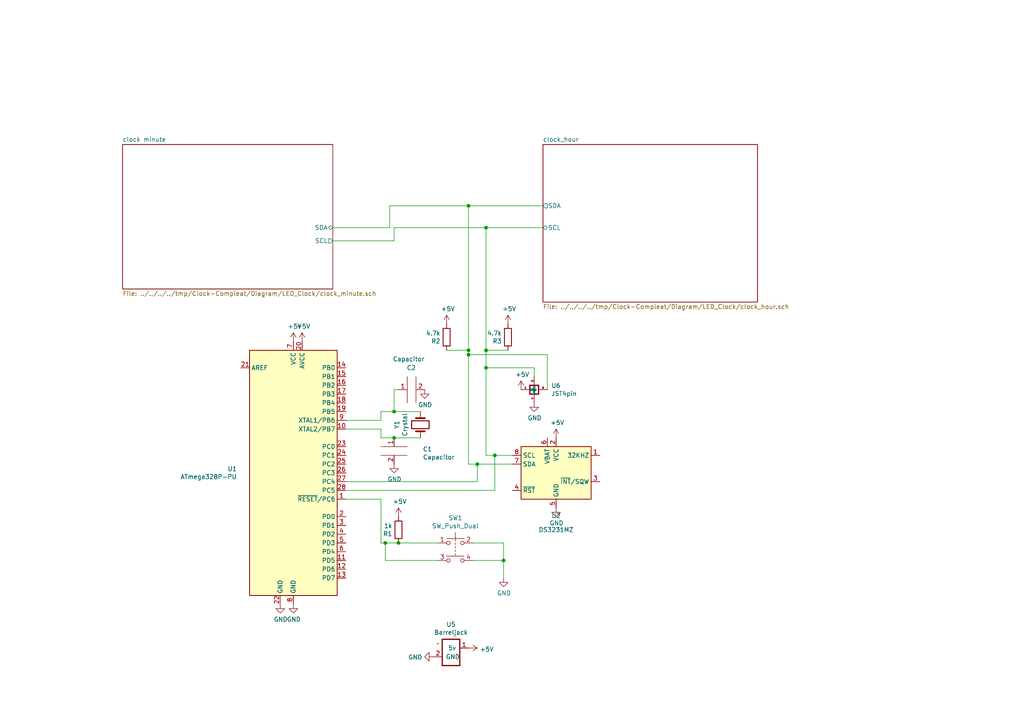
<source format=kicad_sch>
(kicad_sch (version 20230121) (generator eeschema)
  (paper "A4")
  (lib_symbols
    (symbol "Device:Crystal" (pin_numbers hide) (pin_names (offset 1.016) hide)
      (property "Reference" "Y" (at 0 3.81 0))
      (property "Value" "Crystal" (at 0 -3.81 0))
      (symbol "Crystal_0_1"
        (rectangle (start -1.143 2.54) (end 1.143 -2.54) (stroke (width 0.3048)))
        (polyline (pts (xy -2.54 0) (xy -1.905 0)))
        (polyline (pts (xy -1.905 -1.27) (xy -1.905 1.27)) (stroke (width 0.508)))
        (polyline (pts (xy 1.905 -1.27) (xy 1.905 1.27)) (stroke (width 0.508)))
        (polyline (pts (xy 2.54 0) (xy 1.905 0)))
      )
      (symbol "Crystal_1_1"
        (pin passive line (at -3.81 0 0) (length 1.27) (name "1") (number "1"))
        (pin passive line (at 3.81 0 180) (length 1.27) (name "2") (number "2"))
      )
    )
    (symbol "Device:R" (pin_numbers hide) (pin_names (offset 0))
      (property "Reference" "R" (at 2.032 0 90))
      (property "Value" "R" (at 0 0 90))
      (symbol "R_0_1"
        (rectangle (start -1.016 -2.54) (end 1.016 2.54) (stroke (width 0.254)))
      )
      (symbol "R_1_1"
        (pin passive line (at 0 3.81 270) (length 1.27) (name "~") (number "1"))
        (pin passive line (at 0 -3.81 90) (length 1.27) (name "~") (number "2"))
      )
    )
    (symbol "LED_Clock-rescue:ATmega328P-PU-MCU_Microchip_ATmega"
      (property "Reference" "U" (at -12.7 36.83 0))
      (property "Value" "ATmega328P-PU-MCU_Microchip_ATmega" (at 2.54 -36.83 0))
      (symbol "ATmega328P-PU-MCU_Microchip_ATmega_0_1"
        (rectangle (start -12.7 -35.56) (end 12.7 35.56) (stroke (width 0.254)) (fill (type background)))
      )
      (symbol "ATmega328P-PU-MCU_Microchip_ATmega_1_1"
        (pin bidirectional line (at 15.24 -7.62 180) (length 2.54) (name "~{RESET}/PC6") (number "1"))
        (pin bidirectional line (at 15.24 12.7 180) (length 2.54) (name "XTAL2/PB7") (number "10"))
        (pin bidirectional line (at 15.24 -25.4 180) (length 2.54) (name "PD5") (number "11"))
        (pin bidirectional line (at 15.24 -27.94 180) (length 2.54) (name "PD6") (number "12"))
        (pin bidirectional line (at 15.24 -30.48 180) (length 2.54) (name "PD7") (number "13"))
        (pin bidirectional line (at 15.24 30.48 180) (length 2.54) (name "PB0") (number "14"))
        (pin bidirectional line (at 15.24 27.94 180) (length 2.54) (name "PB1") (number "15"))
        (pin bidirectional line (at 15.24 25.4 180) (length 2.54) (name "PB2") (number "16"))
        (pin bidirectional line (at 15.24 22.86 180) (length 2.54) (name "PB3") (number "17"))
        (pin bidirectional line (at 15.24 20.32 180) (length 2.54) (name "PB4") (number "18"))
        (pin bidirectional line (at 15.24 17.78 180) (length 2.54) (name "PB5") (number "19"))
        (pin bidirectional line (at 15.24 -12.7 180) (length 2.54) (name "PD0") (number "2"))
        (pin power_in line (at 2.54 38.1 270) (length 2.54) (name "AVCC") (number "20"))
        (pin passive line (at -15.24 30.48 0) (length 2.54) (name "AREF") (number "21"))
        (pin power_in line (at -3.81 -38.1 90) (length 2.54) (name "GND") (number "22"))
        (pin bidirectional line (at 15.24 7.62 180) (length 2.54) (name "PC0") (number "23"))
        (pin bidirectional line (at 15.24 5.08 180) (length 2.54) (name "PC1") (number "24"))
        (pin bidirectional line (at 15.24 2.54 180) (length 2.54) (name "PC2") (number "25"))
        (pin bidirectional line (at 15.24 0 180) (length 2.54) (name "PC3") (number "26"))
        (pin bidirectional line (at 15.24 -2.54 180) (length 2.54) (name "PC4") (number "27"))
        (pin bidirectional line (at 15.24 -5.08 180) (length 2.54) (name "PC5") (number "28"))
        (pin bidirectional line (at 15.24 -15.24 180) (length 2.54) (name "PD1") (number "3"))
        (pin bidirectional line (at 15.24 -17.78 180) (length 2.54) (name "PD2") (number "4"))
        (pin bidirectional line (at 15.24 -20.32 180) (length 2.54) (name "PD3") (number "5"))
        (pin bidirectional line (at 15.24 -22.86 180) (length 2.54) (name "PD4") (number "6"))
        (pin power_in line (at 0 38.1 270) (length 2.54) (name "VCC") (number "7"))
        (pin power_in line (at 0 -38.1 90) (length 2.54) (name "GND") (number "8"))
        (pin bidirectional line (at 15.24 15.24 180) (length 2.54) (name "XTAL1/PB6") (number "9"))
      )
    )
    (symbol "LED_Clock-rescue:Barreljack-Personal" (pin_names (offset 1.016))
      (property "Reference" "U" (at 0 -6.35 0))
      (property "Value" "Personal_Barreljack" (at 0 7.62 0))
      (symbol "Barreljack-Personal_0_1"
        (rectangle (start -3.81 2.54) (end -3.81 2.54) (stroke (width 0.3556)))
        (rectangle (start -2.54 3.81) (end -2.54 -3.81) (stroke (width 0.3556)))
        (rectangle (start 2.54 -3.81) (end -2.54 -3.81) (stroke (width 0.3556)))
        (rectangle (start 2.54 3.81) (end -2.54 3.81) (stroke (width 0.3556)))
        (rectangle (start 2.54 3.81) (end 2.54 -3.81) (stroke (width 0.3556)))
      )
      (symbol "Barreljack-Personal_1_1"
        (pin output line (at 5.08 1.27 180) (length 2.54) (name "5v") (number "1"))
        (pin output line (at -5.08 -1.27 0) (length 2.54) (name "GND") (number "2"))
      )
    )
    (symbol "LED_Clock-rescue:Capacitor-Custom_symbol" (pin_names (offset 1.016))
      (property "Reference" "C" (at 0 -15.24 0))
      (property "Value" "Capacitor-Custom_symbol" (at 0 -17.78 0))
      (symbol "Capacitor-Custom_symbol_0_1"
        (rectangle (start -3.81 -1.27) (end 3.81 -1.27))
        (rectangle (start -3.81 1.27) (end 3.81 1.27))
      )
      (symbol "Capacitor-Custom_symbol_1_1"
        (pin passive line (at 0 3.81 270) (length 2.54) (name "~") (number "1"))
        (pin passive line (at 0 -3.81 90) (length 2.54) (name "~") (number "2"))
      )
    )
    (symbol "LED_Clock-rescue:JST4pin-Personal" (pin_names (offset 1.016))
      (property "Reference" "U" (at 0 -8.89 0))
      (property "Value" "Personal_JST4pin" (at 0 6.35 0))
      (symbol "JST4pin-Personal_0_1"
        (rectangle (start -1.27 -1.27) (end 1.27 -1.27) (stroke (width 0.3556)))
        (rectangle (start -1.27 1.27) (end -1.27 -1.27) (stroke (width 0.3556)))
        (rectangle (start -1.27 1.27) (end 1.27 1.27) (stroke (width 0.3556)))
        (rectangle (start 1.27 -1.27) (end 1.27 1.27) (stroke (width 0.3556)))
      )
      (symbol "JST4pin-Personal_1_1"
        (pin input line (at -3.81 0 0) (length 2.54) (name "5v") (number "1"))
        (pin input line (at 0 3.81 270) (length 2.54) (name "GND") (number "2"))
        (pin input line (at 3.81 0 180) (length 2.54) (name "SDA") (number "3"))
        (pin input line (at 0 -3.81 90) (length 2.54) (name "SCL") (number "4"))
      )
    )
    (symbol "Switch:SW_Push_Dual" (pin_names (offset 1.016) hide)
      (property "Reference" "SW" (at 1.27 2.54 0))
      (property "Value" "SW_Push_Dual" (at 0 -6.858 0))
      (symbol "SW_Push_Dual_0_1"
        (circle (center -2.032 -5.08) (radius 0.508))
        (circle (center -2.032 0) (radius 0.508))
        (polyline (pts (xy 0 -3.048) (xy 0 -3.556)))
        (polyline (pts (xy 0 -2.032) (xy 0 -2.54)))
        (polyline (pts (xy 0 -1.524) (xy 0 -1.016)))
        (polyline (pts (xy 0 -0.508) (xy 0 0)))
        (polyline (pts (xy 0 0.508) (xy 0 1.016)))
        (polyline (pts (xy 0 1.27) (xy 0 3.048)))
        (polyline (pts (xy 2.54 -3.81) (xy -2.54 -3.81)))
        (polyline (pts (xy 2.54 1.27) (xy -2.54 1.27)))
        (circle (center 2.032 -5.08) (radius 0.508))
        (circle (center 2.032 0) (radius 0.508))
        (pin passive line (at -5.08 0 0) (length 2.54) (name "1") (number "1"))
        (pin passive line (at 5.08 0 180) (length 2.54) (name "2") (number "2"))
        (pin passive line (at -5.08 -5.08 0) (length 2.54) (name "3") (number "3"))
        (pin passive line (at 5.08 -5.08 180) (length 2.54) (name "4") (number "4"))
      )
    )
    (symbol "Timer_RTC:DS3231MZ"
      (property "Reference" "U" (at -7.62 8.89 0))
      (property "Value" "DS3231MZ" (at 11.43 8.89 0))
      (symbol "DS3231MZ_0_1"
        (rectangle (start -10.16 7.62) (end 10.16 -7.62) (stroke (width 0.254)) (fill (type background)))
      )
      (symbol "DS3231MZ_1_1"
        (pin open_collector line (at 12.7 5.08 180) (length 2.54) (name "32KHZ") (number "1"))
        (pin power_in line (at 0 10.16 270) (length 2.54) (name "VCC") (number "2"))
        (pin open_collector line (at 12.7 -2.54 180) (length 2.54) (name "~{INT}/SQW") (number "3"))
        (pin bidirectional line (at -12.7 -5.08 0) (length 2.54) (name "~{RST}") (number "4"))
        (pin power_in line (at 0 -10.16 90) (length 2.54) (name "GND") (number "5"))
        (pin power_in line (at -2.54 10.16 270) (length 2.54) (name "VBAT") (number "6"))
        (pin bidirectional line (at -12.7 2.54 0) (length 2.54) (name "SDA") (number "7"))
        (pin input line (at -12.7 5.08 0) (length 2.54) (name "SCL") (number "8"))
      )
    )
    (symbol "power:+5V" (power) (pin_names (offset 0))
      (property "Value" "+5V" (at 0 3.556 0))
      (symbol "+5V_0_1"
        (polyline (pts (xy -0.762 1.27) (xy 0 2.54)))
        (polyline (pts (xy 0 0) (xy 0 2.54)))
        (polyline (pts (xy 0 2.54) (xy 0.762 1.27)))
      )
      (symbol "+5V_1_1"
        (pin power_in line (at 0 0 90) (length 0) hide (name "+5V") (number "1"))
      )
    )
    (symbol "power:GND" (power) (pin_names (offset 0))
      (property "Value" "GND" (at 0 -3.81 0))
      (symbol "GND_0_1"
        (polyline (pts (xy 0 0) (xy 0 -1.27) (xy 1.27 -1.27) (xy 0 -2.54) (xy -1.27 -1.27) (xy 0 -1.27)))
      )
      (symbol "GND_1_1"
        (pin power_in line (at 0 0 270) (length 0) hide (name "GND") (number "1"))
      )
    )
  )
  (junction (at 140.97 101.6))
  (junction (at 135.89 102.87))
  (junction (at 111.76 157.48))
  (junction (at 135.89 59.69))
  (junction (at 135.89 101.6))
  (junction (at 143.51 132.08))
  (junction (at 138.43 134.62))
  (junction (at 114.3 127))
  (junction (at 140.97 106.68))
  (junction (at 140.97 66.04))
  (junction (at 146.05 162.56))
  (junction (at 115.57 157.48))
  (junction (at 114.3 119.38))
  (wire (pts (xy 148.59 134.62) (xy 138.43 134.62)))
  (wire (pts (xy 111.76 157.48) (xy 115.57 157.48)))
  (wire (pts (xy 114.3 69.85) (xy 96.52 69.85)))
  (wire (pts (xy 110.49 157.48) (xy 110.49 144.78)))
  (wire (pts (xy 129.54 101.6) (xy 135.89 101.6)))
  (wire (pts (xy 157.48 59.69) (xy 135.89 59.69)))
  (wire (pts (xy 100.33 124.46) (xy 110.49 124.46)))
  (wire (pts (xy 100.33 139.7) (xy 138.43 139.7)))
  (wire (pts (xy 154.94 106.68) (xy 154.94 109.22)))
  (wire (pts (xy 113.03 59.69) (xy 113.03 66.04)))
  (wire (pts (xy 110.49 127) (xy 114.3 127)))
  (wire (pts (xy 100.33 121.92) (xy 110.49 121.92)))
  (wire (pts (xy 135.89 102.87) (xy 135.89 101.6)))
  (wire (pts (xy 140.97 106.68) (xy 154.94 106.68)))
  (wire (pts (xy 135.89 59.69) (xy 113.03 59.69)))
  (wire (pts (xy 137.16 162.56) (xy 146.05 162.56)))
  (wire (pts (xy 135.89 101.6) (xy 135.89 59.69)))
  (wire (pts (xy 137.16 157.48) (xy 146.05 157.48)))
  (wire (pts (xy 140.97 106.68) (xy 140.97 101.6)))
  (wire (pts (xy 114.3 119.38) (xy 114.3 113.03)))
  (wire (pts (xy 157.48 66.04) (xy 140.97 66.04)))
  (wire (pts (xy 140.97 101.6) (xy 140.97 66.04)))
  (wire (pts (xy 148.59 132.08) (xy 143.51 132.08)))
  (wire (pts (xy 140.97 66.04) (xy 114.3 66.04)))
  (wire (pts (xy 143.51 132.08) (xy 140.97 132.08)))
  (wire (pts (xy 111.76 162.56) (xy 111.76 157.48)))
  (wire (pts (xy 135.89 102.87) (xy 158.75 102.87)))
  (wire (pts (xy 100.33 142.24) (xy 143.51 142.24)))
  (wire (pts (xy 114.3 119.38) (xy 121.92 119.38)))
  (wire (pts (xy 140.97 101.6) (xy 147.32 101.6)))
  (wire (pts (xy 110.49 119.38) (xy 114.3 119.38)))
  (wire (pts (xy 110.49 157.48) (xy 111.76 157.48)))
  (wire (pts (xy 110.49 144.78) (xy 100.33 144.78)))
  (wire (pts (xy 146.05 162.56) (xy 146.05 167.64)))
  (wire (pts (xy 135.89 134.62) (xy 135.89 102.87)))
  (wire (pts (xy 113.03 66.04) (xy 96.52 66.04)))
  (wire (pts (xy 140.97 132.08) (xy 140.97 106.68)))
  (wire (pts (xy 115.57 157.48) (xy 127 157.48)))
  (wire (pts (xy 143.51 142.24) (xy 143.51 132.08)))
  (wire (pts (xy 127 162.56) (xy 111.76 162.56)))
  (wire (pts (xy 114.3 113.03) (xy 115.57 113.03)))
  (wire (pts (xy 114.3 127) (xy 121.92 127)))
  (wire (pts (xy 138.43 134.62) (xy 135.89 134.62)))
  (wire (pts (xy 110.49 121.92) (xy 110.49 119.38)))
  (wire (pts (xy 146.05 157.48) (xy 146.05 162.56)))
  (wire (pts (xy 138.43 139.7) (xy 138.43 134.62)))
  (wire (pts (xy 114.3 66.04) (xy 114.3 69.85)))
  (wire (pts (xy 110.49 124.46) (xy 110.49 127)))
  (wire (pts (xy 158.75 102.87) (xy 158.75 113.03)))
  (symbol (lib_id "Device:Crystal") (at 121.92 123.19 90) (unit 1)
    (property "Reference" "Y1" (at 115.1128 123.19 0))
    (property "Value" "Crystal" (at 117.4242 123.19 0))
    (property "Footprint" "Personal:Crystal" (effects hide))
  )
  (symbol (lib_id "power:+5V") (at 85.09 99.06 0) (unit 1)
    (property "Reference" "#PWR02" (effects hide))
    (property "Value" "+5V" (at 85.471 94.6658 0))
  )
  (symbol (lib_id "power:+5V") (at 87.63 99.06 0) (unit 1)
    (property "Reference" "#PWR04" (effects hide))
    (property "Value" "+5V" (at 88.011 94.6658 0))
  )
  (symbol (lib_id "power:GND") (at 81.28 175.26 0) (unit 1)
    (property "Reference" "#PWR01" (effects hide))
    (property "Value" "GND" (at 81.407 179.6542 0))
  )
  (symbol (lib_id "power:+5V") (at 161.29 127 0) (unit 1)
    (property "Reference" "#PWR011" (effects hide))
    (property "Value" "+5V" (at 161.671 122.6058 0))
  )
  (symbol (lib_id "power:GND") (at 85.09 175.26 0) (unit 1)
    (property "Reference" "#PWR03" (effects hide))
    (property "Value" "GND" (at 85.217 179.6542 0))
  )
  (symbol (lib_id "LED_Clock-rescue:ATmega328P-PU-MCU_Microchip_ATmega") (at 85.09 137.16 0) (unit 1)
    (property "Reference" "U1" (at 68.7324 135.9916 0) (effects (justify right)))
    (property "Value" "ATmega328P-PU" (at 68.7324 138.303 0) (effects (justify right)))
    (property "Footprint" "Package_DIP:DIP-28_W7.62mm" (effects hide))
    (property "Datasheet" "http://ww1.microchip.com/downloads/en/DeviceDoc/ATmega328_P%20AVR%20MCU%20with%20picoPower%20Technology%20Data%20Sheet%2040001984A.pdf" (effects hide))
  )
  (symbol (lib_id "power:GND") (at 161.29 147.32 0) (unit 1)
    (property "Reference" "#PWR012" (effects hide))
    (property "Value" "GND" (at 161.417 151.7142 0))
  )
  (symbol (lib_id "Switch:SW_Push_Dual") (at 132.08 157.48 0) (unit 1)
    (property "Reference" "SW1" (at 132.08 150.241 0))
    (property "Value" "SW_Push_Dual" (at 132.08 152.5524 0))
    (property "Footprint" "Personal:Pushbutton" (effects hide))
  )
  (symbol (lib_id "Device:R") (at 129.54 97.79 180) (unit 1)
    (property "Reference" "R2" (at 127.762 98.9584 0) (effects (justify left)))
    (property "Value" "4.7k" (at 127.762 96.647 0) (effects (justify left)))
    (property "Footprint" "Resistor_THT:R_Axial_DIN0207_L6.3mm_D2.5mm_P10.16mm_Horizontal" (effects hide))
  )
  (symbol (lib_id "power:+5V") (at 129.54 93.98 0) (unit 1)
    (property "Reference" "#PWR08" (effects hide))
    (property "Value" "+5V" (at 129.921 89.5858 0))
  )
  (symbol (lib_id "Device:R") (at 147.32 97.79 180) (unit 1)
    (property "Reference" "R3" (at 145.542 98.9584 0) (effects (justify left)))
    (property "Value" "4.7k" (at 145.542 96.647 0) (effects (justify left)))
    (property "Footprint" "Resistor_THT:R_Axial_DIN0207_L6.3mm_D2.5mm_P10.16mm_Horizontal" (effects hide))
  )
  (symbol (lib_id "power:+5V") (at 147.32 93.98 0) (unit 1)
    (property "Reference" "#PWR010" (effects hide))
    (property "Value" "+5V" (at 147.701 89.5858 0))
  )
  (symbol (lib_id "Device:R") (at 115.57 153.67 180) (unit 1)
    (property "Reference" "R1" (at 113.792 154.8384 0) (effects (justify left)))
    (property "Value" "1k" (at 113.792 152.527 0) (effects (justify left)))
    (property "Footprint" "Resistor_THT:R_Axial_DIN0207_L6.3mm_D2.5mm_P10.16mm_Horizontal" (effects hide))
  )
  (symbol (lib_id "power:+5V") (at 115.57 149.86 0) (unit 1)
    (property "Reference" "#PWR06" (effects hide))
    (property "Value" "+5V" (at 115.951 145.4658 0))
  )
  (symbol (lib_id "power:GND") (at 146.05 167.64 0) (unit 1)
    (property "Reference" "#PWR09" (effects hide))
    (property "Value" "GND" (at 146.177 172.0342 0))
  )
  (symbol (lib_id "LED_Clock-rescue:Capacitor-Custom_symbol") (at 119.38 113.03 90) (unit 1)
    (property "Reference" "C2" (at 120.65 106.68 90) (effects (justify left)))
    (property "Value" "Capacitor" (at 123.19 104.14 90) (effects (justify left)))
    (property "Footprint" "Personal:Capacitor" (effects hide))
  )
  (symbol (lib_id "LED_Clock-rescue:Capacitor-Custom_symbol") (at 114.3 130.81 0) (unit 1)
    (property "Reference" "C1" (at 122.6312 130.2766 0) (effects (justify left)))
    (property "Value" "Capacitor" (at 122.6312 132.588 0) (effects (justify left)))
    (property "Footprint" "Personal:Capacitor" (effects hide))
  )
  (symbol (lib_id "power:GND") (at 114.3 134.62 0) (unit 1)
    (property "Reference" "#PWR05" (effects hide))
    (property "Value" "GND" (at 114.427 139.0142 0))
  )
  (symbol (lib_id "power:GND") (at 123.19 113.03 0) (unit 1)
    (property "Reference" "#PWR07" (effects hide))
    (property "Value" "GND" (at 123.317 117.4242 0))
  )
  (symbol (lib_id "LED_Clock-rescue:Barreljack-Personal") (at 130.81 189.23 0) (unit 1)
    (property "Reference" "U5" (at 130.81 181.1274 0))
    (property "Value" "Barreljack" (at 130.81 183.4388 0))
    (property "Footprint" "Personal:BarrelJack" (effects hide))
  )
  (symbol (lib_id "power:+5V") (at 135.89 187.96 270) (unit 1)
    (property "Reference" "#PWR0104" (effects hide))
    (property "Value" "+5V" (at 139.1412 188.341 90) (effects (justify left)))
  )
  (symbol (lib_id "power:GND") (at 125.73 190.5 270) (unit 1)
    (property "Reference" "#PWR0105" (effects hide))
    (property "Value" "GND" (at 122.4788 190.627 90) (effects (justify right)))
  )
  (symbol (lib_id "Timer_RTC:DS3231MZ") (at 161.29 137.16 0) (unit 1)
    (property "Reference" "U2" (at 161.29 149.5806 0))
    (property "Value" "DS3231MZ" (at 161.29 153.67 0))
    (property "Footprint" "Personal:DS3231" (effects hide))
    (property "Datasheet" "http://datasheets.maximintegrated.com/en/ds/DS3231M.pdf" (effects hide))
  )
  (symbol (lib_id "LED_Clock-rescue:JST4pin-Personal") (at 154.94 113.03 0) (unit 1)
    (property "Reference" "U6" (at 159.8676 111.8616 0) (effects (justify left)))
    (property "Value" "JST4pin" (at 159.8676 114.173 0) (effects (justify left)))
    (property "Footprint" "Connector_JST:JST_SH_SM04B-SRSS-TB_1x04-1MP_P1.00mm_Horizontal" (effects hide))
  )
  (symbol (lib_id "power:+5V") (at 151.13 113.03 0) (unit 1)
    (property "Reference" "#PWR0106" (effects hide))
    (property "Value" "+5V" (at 151.511 108.6358 0))
  )
  (symbol (lib_id "power:GND") (at 154.94 116.84 0) (unit 1)
    (property "Reference" "#PWR0107" (effects hide))
    (property "Value" "GND" (at 155.067 121.2342 0))
  )
  (sheet (at 35.56 41.91) (size 60.96 41.91)
    (property "Sheetname" "clock minute" (at 35.56 41.1984 0) (effects (justify left bottom)))
    (property "Sheetfile" "../../../../tmp/Clock-Compleat/Diagram/LED_Clock/clock_minute.sch" (at 35.56 84.4046 0) (effects (justify left top)))
    (pin "SDA" bidirectional (at 96.52 66.04 0))
    (pin "SCL" output (at 96.52 69.85 0))
  )
  (sheet (at 157.48 41.91) (size 62.23 45.72)
    (property "Sheetname" "clock_hour" (at 157.48 41.1984 0) (effects (justify left bottom)))
    (property "Sheetfile" "../../../../tmp/Clock-Compleat/Diagram/LED_Clock/clock_hour.sch" (at 157.48 88.2146 0) (effects (justify left top)))
    (pin "SDA" output (at 157.48 59.69 180))
    (pin "SCL" bidirectional (at 157.48 66.04 180))
  )
)
</source>
